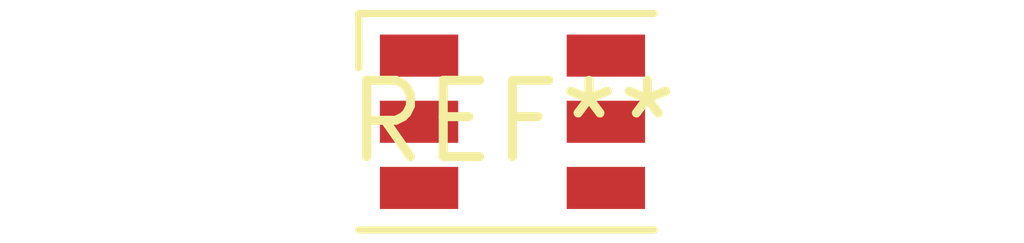
<source format=kicad_pcb>
(kicad_pcb (version 20240108) (generator pcbnew)
  (layers (0 "F.Cu" signal) (31 "B.Cu" signal) (34 "B.Paste" user) (35 "F.Paste" user) (36 "B.SilkS" user "B.Silkscreen") (37 "F.SilkS" user "F.Silkscreen") (38 "B.Mask" user) (39 "F.Mask" user) (44 "Edge.Cuts" user))
  (net 0 "")
  (footprint "LED_RGB_PLCC-6" (layer "F.Cu") (at 0 0)
    (property "Reference" "REF**")
    (property "Value" "LED_RGB_PLCC-6")
    (fp_line (start -2.55 -1.8) (end -2.55 -0.9) (layer "F.SilkS") (stroke (width 0.12)))
    (fp_line (start -2.55 1.8) (end 2.35 1.8) (layer "F.SilkS") (stroke (width 0.12)))
    (fp_line (start 2.35 -1.8) (end -2.55 -1.8) (layer "F.SilkS") (stroke (width 0.12)))
    (pad "1" smd rect (at -1.55 -1.1 90) (size 0.7 1.3) (layers "F.Cu" "F.Paste" "F.Mask"))
    (pad "2" smd rect (at -1.55 0 90) (size 0.7 1.3) (layers "F.Cu" "F.Paste" "F.Mask"))
    (pad "3" smd rect (at -1.55 1.1 90) (size 0.7 1.3) (layers "F.Cu" "F.Paste" "F.Mask"))
    (pad "4" smd rect (at 1.55 1.1 90) (size 0.7 1.3) (layers "F.Cu" "F.Paste" "F.Mask"))
    (pad "5" smd rect (at 1.55 0 90) (size 0.7 1.3) (layers "F.Cu" "F.Paste" "F.Mask"))
    (pad "6" smd rect (at 1.55 -1.1 90) (size 0.7 1.3) (layers "F.Cu" "F.Paste" "F.Mask"))
  )
)
</source>
